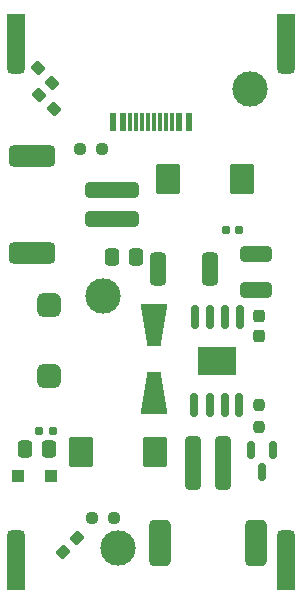
<source format=gbr>
G04 #@! TF.GenerationSoftware,KiCad,Pcbnew,8.0.8*
G04 #@! TF.CreationDate,2025-05-11T18:19:19+03:00*
G04 #@! TF.ProjectId,TP5410_eval_board,54503534-3130-45f6-9576-616c5f626f61,rev?*
G04 #@! TF.SameCoordinates,Original*
G04 #@! TF.FileFunction,Soldermask,Top*
G04 #@! TF.FilePolarity,Negative*
%FSLAX46Y46*%
G04 Gerber Fmt 4.6, Leading zero omitted, Abs format (unit mm)*
G04 Created by KiCad (PCBNEW 8.0.8) date 2025-05-11 18:19:19*
%MOMM*%
%LPD*%
G01*
G04 APERTURE LIST*
G04 Aperture macros list*
%AMRoundRect*
0 Rectangle with rounded corners*
0 $1 Rounding radius*
0 $2 $3 $4 $5 $6 $7 $8 $9 X,Y pos of 4 corners*
0 Add a 4 corners polygon primitive as box body*
4,1,4,$2,$3,$4,$5,$6,$7,$8,$9,$2,$3,0*
0 Add four circle primitives for the rounded corners*
1,1,$1+$1,$2,$3*
1,1,$1+$1,$4,$5*
1,1,$1+$1,$6,$7*
1,1,$1+$1,$8,$9*
0 Add four rect primitives between the rounded corners*
20,1,$1+$1,$2,$3,$4,$5,0*
20,1,$1+$1,$4,$5,$6,$7,0*
20,1,$1+$1,$6,$7,$8,$9,0*
20,1,$1+$1,$8,$9,$2,$3,0*%
%AMOutline4P*
0 Free polygon, 4 corners , with rotation*
0 The origin of the aperture is its center*
0 number of corners: always 4*
0 $1 to $8 corner X, Y*
0 $9 Rotation angle, in degrees counterclockwise*
0 create outline with 4 corners*
4,1,4,$1,$2,$3,$4,$5,$6,$7,$8,$1,$2,$9*%
G04 Aperture macros list end*
%ADD10RoundRect,0.237500X-0.371231X0.035355X0.035355X-0.371231X0.371231X-0.035355X-0.035355X0.371231X0*%
%ADD11RoundRect,0.250000X0.300000X0.300000X-0.300000X0.300000X-0.300000X-0.300000X0.300000X-0.300000X0*%
%ADD12RoundRect,0.237500X-0.237500X0.300000X-0.237500X-0.300000X0.237500X-0.300000X0.237500X0.300000X0*%
%ADD13RoundRect,0.237500X-0.237500X0.250000X-0.237500X-0.250000X0.237500X-0.250000X0.237500X0.250000X0*%
%ADD14RoundRect,0.150000X-0.150000X0.587500X-0.150000X-0.587500X0.150000X-0.587500X0.150000X0.587500X0*%
%ADD15RoundRect,0.260000X-0.390000X-1.990000X0.390000X-1.990000X0.390000X1.990000X-0.390000X1.990000X0*%
%ADD16RoundRect,0.360000X-0.540000X-1.590000X0.540000X-1.590000X0.540000X1.590000X-0.540000X1.590000X0*%
%ADD17RoundRect,0.237500X-0.250000X-0.237500X0.250000X-0.237500X0.250000X0.237500X-0.250000X0.237500X0*%
%ADD18RoundRect,0.237500X-0.035355X-0.371231X0.371231X0.035355X0.035355X0.371231X-0.371231X-0.035355X0*%
%ADD19C,3.000000*%
%ADD20RoundRect,0.175000X0.175000X-0.825000X0.175000X0.825000X-0.175000X0.825000X-0.175000X-0.825000X0*%
%ADD21R,3.300000X2.400000*%
%ADD22R,1.500000X4.040000*%
%ADD23RoundRect,0.375000X-0.375000X0.625000X-0.375000X-0.625000X0.375000X-0.625000X0.375000X0.625000X0*%
%ADD24RoundRect,0.250000X0.337500X0.475000X-0.337500X0.475000X-0.337500X-0.475000X0.337500X-0.475000X0*%
%ADD25RoundRect,0.250000X-0.787500X-1.025000X0.787500X-1.025000X0.787500X1.025000X-0.787500X1.025000X0*%
%ADD26Outline4P,-1.800000X-1.150000X1.800000X-0.550000X1.800000X0.550000X-1.800000X1.150000X90.000000*%
%ADD27Outline4P,-1.800000X-1.150000X1.800000X-0.550000X1.800000X0.550000X-1.800000X1.150000X270.000000*%
%ADD28RoundRect,0.260000X-1.990000X0.390000X-1.990000X-0.390000X1.990000X-0.390000X1.990000X0.390000X0*%
%ADD29RoundRect,0.360000X-1.590000X0.540000X-1.590000X-0.540000X1.590000X-0.540000X1.590000X0.540000X0*%
%ADD30RoundRect,0.375000X0.375000X-0.625000X0.375000X0.625000X-0.375000X0.625000X-0.375000X-0.625000X0*%
%ADD31RoundRect,0.155000X-0.212500X-0.155000X0.212500X-0.155000X0.212500X0.155000X-0.212500X0.155000X0*%
%ADD32RoundRect,0.155000X0.212500X0.155000X-0.212500X0.155000X-0.212500X-0.155000X0.212500X-0.155000X0*%
%ADD33R,0.600000X1.500000*%
%ADD34R,0.300000X1.500000*%
%ADD35RoundRect,0.250000X-1.075000X0.400000X-1.075000X-0.400000X1.075000X-0.400000X1.075000X0.400000X0*%
%ADD36RoundRect,0.500000X0.500000X-0.500000X0.500000X0.500000X-0.500000X0.500000X-0.500000X-0.500000X0*%
%ADD37RoundRect,0.350000X0.350000X1.050000X-0.350000X1.050000X-0.350000X-1.050000X0.350000X-1.050000X0*%
%ADD38RoundRect,0.237500X0.250000X0.237500X-0.250000X0.237500X-0.250000X-0.237500X0.250000X-0.237500X0*%
G04 APERTURE END LIST*
D10*
X-9584918Y-3089682D03*
X-8347482Y-4327118D03*
D11*
X-8506000Y-37592000D03*
X-11306000Y-37592000D03*
D12*
X9144000Y-24029500D03*
X9144000Y-25754500D03*
D13*
X9144000Y-31599500D03*
X9144000Y-33424500D03*
D14*
X10348000Y-35384500D03*
X8448000Y-35384500D03*
X9398000Y-37259500D03*
D15*
X3576000Y-36462000D03*
X6076000Y-36462000D03*
D16*
X736000Y-43262000D03*
X8916000Y-43262000D03*
D17*
X-4976500Y-41148000D03*
X-3151500Y-41148000D03*
D18*
X-7476718Y-44052718D03*
X-6239282Y-42815282D03*
D19*
X8382000Y-4826000D03*
D20*
X3638000Y-31630000D03*
X4953000Y-31630000D03*
X6223000Y-31630000D03*
X7488000Y-31630000D03*
X7493000Y-24130000D03*
X6223000Y-24130000D03*
X4953000Y-24130000D03*
X3688000Y-24130000D03*
D21*
X5588000Y-27880000D03*
D22*
X11430000Y-520000D03*
D23*
X11430000Y-2540000D03*
D24*
X-8614500Y-35306000D03*
X-10689500Y-35306000D03*
D25*
X1459500Y-12446000D03*
X7684500Y-12446000D03*
D26*
X254000Y-30586000D03*
D27*
X254000Y-24786000D03*
D25*
X-5906500Y-35560000D03*
X318500Y-35560000D03*
D28*
X-3315000Y-13355000D03*
X-3315000Y-15855000D03*
D29*
X-10115000Y-10515000D03*
X-10115000Y-18695000D03*
D22*
X-11430000Y-45200000D03*
D30*
X-11430000Y-43180000D03*
D31*
X6350000Y-16764000D03*
X7485000Y-16764000D03*
D32*
X-8322500Y-33782000D03*
X-9457500Y-33782000D03*
D19*
X-2794000Y-43688000D03*
D22*
X11430000Y-45200000D03*
D30*
X11430000Y-43180000D03*
D33*
X3200000Y-7600000D03*
X2400000Y-7600000D03*
D34*
X1250000Y-7600000D03*
X250000Y-7600000D03*
X-250000Y-7600000D03*
X-1250000Y-7600000D03*
D33*
X-2400000Y-7600000D03*
X-3200000Y-7600000D03*
X-3200000Y-7600000D03*
X-2400000Y-7600000D03*
D34*
X-1750000Y-7600000D03*
X-750000Y-7600000D03*
X750000Y-7600000D03*
X1750000Y-7600000D03*
D33*
X2400000Y-7600000D03*
X3200000Y-7600000D03*
D35*
X8890000Y-18770000D03*
X8890000Y-21870000D03*
D36*
X-8636000Y-29162000D03*
X-8636000Y-23162000D03*
D37*
X4994000Y-20066000D03*
X594000Y-20066000D03*
D22*
X-11430000Y-520000D03*
D23*
X-11430000Y-2540000D03*
D19*
X-4064000Y-22352000D03*
D38*
X-4167500Y-9906000D03*
X-5992500Y-9906000D03*
D24*
X-1248500Y-19050000D03*
X-3323500Y-19050000D03*
D10*
X-9457918Y-5324882D03*
X-8220482Y-6562318D03*
M02*

</source>
